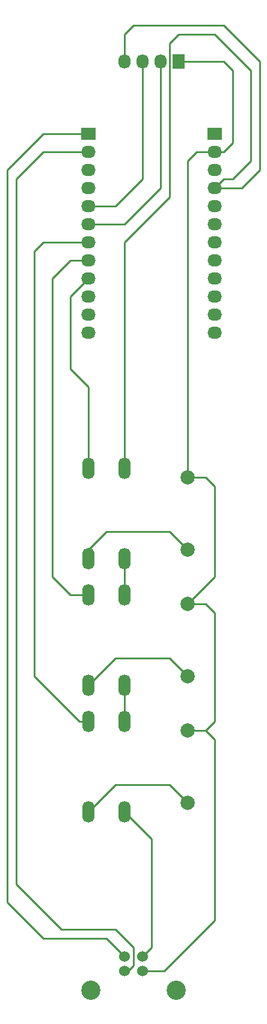
<source format=gbr>
G04 #@! TF.FileFunction,Copper,L1,Top,Signal*
%FSLAX46Y46*%
G04 Gerber Fmt 4.6, Leading zero omitted, Abs format (unit mm)*
G04 Created by KiCad (PCBNEW 4.0.4-stable) date 12/08/16 18:08:25*
%MOMM*%
%LPD*%
G01*
G04 APERTURE LIST*
%ADD10C,0.100000*%
%ADD11O,1.727200X3.048000*%
%ADD12R,2.032000X1.727200*%
%ADD13O,2.032000X1.727200*%
%ADD14R,1.727200X2.032000*%
%ADD15O,1.727200X2.032000*%
%ADD16C,1.998980*%
%ADD17C,1.524000*%
%ADD18C,2.700020*%
%ADD19C,0.250000*%
G04 APERTURE END LIST*
D10*
D11*
X106680000Y-106680000D03*
X101600000Y-106680000D03*
X106680000Y-119380000D03*
X101600000Y-119380000D03*
D12*
X119380000Y-59690000D03*
D13*
X119380000Y-62230000D03*
X119380000Y-64770000D03*
X119380000Y-67310000D03*
X119380000Y-69850000D03*
X119380000Y-72390000D03*
X119380000Y-74930000D03*
X119380000Y-77470000D03*
X119380000Y-80010000D03*
X119380000Y-82550000D03*
X119380000Y-85090000D03*
X119380000Y-87630000D03*
D12*
X101600000Y-59690000D03*
D13*
X101600000Y-62230000D03*
X101600000Y-64770000D03*
X101600000Y-67310000D03*
X101600000Y-69850000D03*
X101600000Y-72390000D03*
X101600000Y-74930000D03*
X101600000Y-77470000D03*
X101600000Y-80010000D03*
X101600000Y-82550000D03*
X101600000Y-85090000D03*
X101600000Y-87630000D03*
D14*
X114300000Y-49530000D03*
D15*
X111760000Y-49530000D03*
X109220000Y-49530000D03*
X106680000Y-49530000D03*
D16*
X115570000Y-107950000D03*
X115570000Y-118110000D03*
X115570000Y-125730000D03*
X115570000Y-135890000D03*
X115570000Y-143510000D03*
X115570000Y-153670000D03*
D11*
X106680000Y-124460000D03*
X101600000Y-124460000D03*
X106680000Y-137160000D03*
X101600000Y-137160000D03*
X106680000Y-142240000D03*
X101600000Y-142240000D03*
X106680000Y-154940000D03*
X101600000Y-154940000D03*
D17*
X106680000Y-175260000D03*
X109220000Y-175260000D03*
X109220000Y-177258980D03*
X106680000Y-177258980D03*
D18*
X101950520Y-179959000D03*
X113949480Y-179959000D03*
D19*
X114300000Y-49530000D02*
X120650000Y-49530000D01*
X120650000Y-62230000D02*
X119380000Y-62230000D01*
X121920000Y-60960000D02*
X120650000Y-62230000D01*
X121920000Y-50800000D02*
X121920000Y-60960000D01*
X120650000Y-49530000D02*
X121920000Y-50800000D01*
X115570000Y-125730000D02*
X119380000Y-121920000D01*
X118110000Y-107950000D02*
X115570000Y-107950000D01*
X119380000Y-109220000D02*
X118110000Y-107950000D01*
X119380000Y-121920000D02*
X119380000Y-109220000D01*
X115570000Y-101600000D02*
X115570000Y-107950000D01*
X119380000Y-142240000D02*
X119380000Y-127000000D01*
X118110000Y-125730000D02*
X115570000Y-125730000D01*
X119380000Y-127000000D02*
X118110000Y-125730000D01*
X119380000Y-142240000D02*
X118110000Y-143510000D01*
X118110000Y-143510000D02*
X115570000Y-143510000D01*
X109220000Y-177258980D02*
X112301020Y-177258980D01*
X119380000Y-144780000D02*
X118110000Y-143510000D01*
X119380000Y-170180000D02*
X119380000Y-144780000D01*
X112301020Y-177258980D02*
X119380000Y-170180000D01*
X118110000Y-143510000D02*
X115570000Y-143510000D01*
X115570000Y-63500000D02*
X115570000Y-101600000D01*
X116840000Y-62230000D02*
X119380000Y-62230000D01*
X115570000Y-63500000D02*
X116840000Y-62230000D01*
X120650000Y-44450000D02*
X125730000Y-49530000D01*
X125730000Y-64770000D02*
X123190000Y-67310000D01*
X125730000Y-49530000D02*
X125730000Y-64770000D01*
X119380000Y-45720000D02*
X124460000Y-50800000D01*
X124460000Y-63500000D02*
X121920000Y-66040000D01*
X124460000Y-50800000D02*
X124460000Y-63500000D01*
X106680000Y-45720000D02*
X107950000Y-44450000D01*
X107950000Y-44450000D02*
X120650000Y-44450000D01*
X114300000Y-45720000D02*
X119380000Y-45720000D01*
X113030000Y-46990000D02*
X114300000Y-45720000D01*
X120650000Y-66040000D02*
X119380000Y-67310000D01*
X121920000Y-66040000D02*
X120650000Y-66040000D01*
X106680000Y-46990000D02*
X106680000Y-45720000D01*
X123190000Y-67310000D02*
X119380000Y-67310000D01*
X106680000Y-49530000D02*
X106680000Y-46990000D01*
X106680000Y-154940000D02*
X110490000Y-158750000D01*
X110490000Y-173990000D02*
X109220000Y-175260000D01*
X110490000Y-158750000D02*
X110490000Y-173990000D01*
X106680000Y-106680000D02*
X106680000Y-74930000D01*
X113030000Y-68580000D02*
X113030000Y-46990000D01*
X106680000Y-74930000D02*
X113030000Y-68580000D01*
X106680000Y-124460000D02*
X106680000Y-119380000D01*
X106680000Y-142240000D02*
X106680000Y-137160000D01*
X109220000Y-49530000D02*
X109220000Y-66040000D01*
X105410000Y-69850000D02*
X101600000Y-69850000D01*
X109220000Y-66040000D02*
X105410000Y-69850000D01*
X101600000Y-154940000D02*
X105410000Y-151130000D01*
X113030000Y-151130000D02*
X115570000Y-153670000D01*
X105410000Y-151130000D02*
X113030000Y-151130000D01*
X101600000Y-142240000D02*
X100330000Y-142240000D01*
X95250000Y-74930000D02*
X101600000Y-74930000D01*
X93980000Y-76200000D02*
X95250000Y-74930000D01*
X93980000Y-135890000D02*
X93980000Y-76200000D01*
X100330000Y-142240000D02*
X93980000Y-135890000D01*
X101600000Y-137160000D02*
X105410000Y-133350000D01*
X113030000Y-133350000D02*
X115570000Y-135890000D01*
X105410000Y-133350000D02*
X113030000Y-133350000D01*
X101600000Y-124460000D02*
X99060000Y-124460000D01*
X99060000Y-77470000D02*
X101600000Y-77470000D01*
X96520000Y-80010000D02*
X99060000Y-77470000D01*
X96520000Y-121920000D02*
X96520000Y-80010000D01*
X99060000Y-124460000D02*
X96520000Y-121920000D01*
X101600000Y-137160000D02*
X101600000Y-135890000D01*
X113030000Y-115570000D02*
X115570000Y-118110000D01*
X104140000Y-115570000D02*
X113030000Y-115570000D01*
X101600000Y-118110000D02*
X104140000Y-115570000D01*
X101600000Y-119380000D02*
X101600000Y-118110000D01*
X99060000Y-82550000D02*
X99060000Y-92710000D01*
X101600000Y-106680000D02*
X101600000Y-95250000D01*
X101600000Y-95250000D02*
X99060000Y-92710000D01*
X99060000Y-82550000D02*
X101600000Y-80010000D01*
X111760000Y-49530000D02*
X111760000Y-67310000D01*
X106680000Y-72390000D02*
X101600000Y-72390000D01*
X111760000Y-67310000D02*
X106680000Y-72390000D01*
X95250000Y-59690000D02*
X90170000Y-64770000D01*
X90170000Y-167640000D02*
X91440000Y-168910000D01*
X90170000Y-64770000D02*
X90170000Y-167640000D01*
X106680000Y-175260000D02*
X104140000Y-172720000D01*
X95250000Y-172720000D02*
X91440000Y-168910000D01*
X104140000Y-172720000D02*
X95250000Y-172720000D01*
X95250000Y-59690000D02*
X101600000Y-59690000D01*
X106138980Y-172178980D02*
X107950000Y-173990000D01*
X101600000Y-62230000D02*
X95250000Y-62230000D01*
X91440000Y-66040000D02*
X95250000Y-62230000D01*
X91440000Y-165100000D02*
X91440000Y-66040000D01*
X97790000Y-171450000D02*
X91440000Y-165100000D01*
X105410000Y-171450000D02*
X97790000Y-171450000D01*
X106138980Y-172178980D02*
X105410000Y-171450000D01*
X107950000Y-176530000D02*
X107221020Y-177258980D01*
X107950000Y-173990000D02*
X107950000Y-176530000D01*
X107221020Y-177258980D02*
X106680000Y-177258980D01*
M02*

</source>
